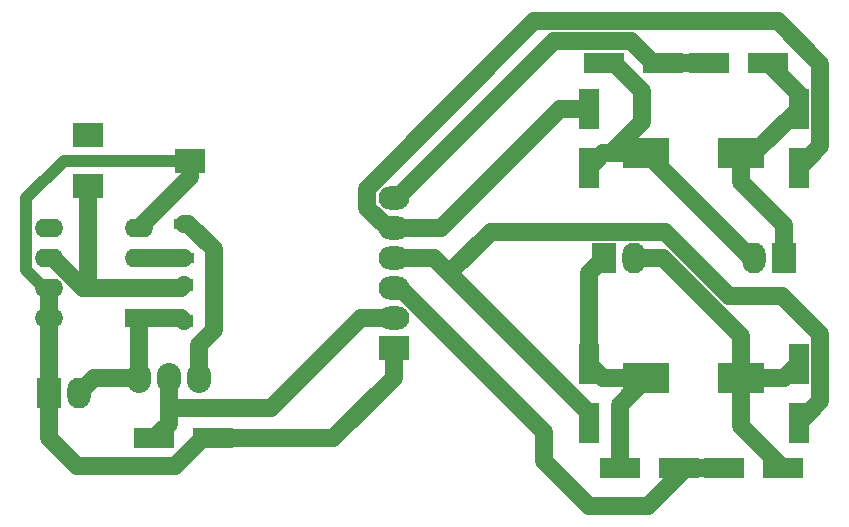
<source format=gbr>
G04 #@! TF.GenerationSoftware,KiCad,Pcbnew,5.0.2-bee76a0~70~ubuntu18.04.1*
G04 #@! TF.CreationDate,2020-04-13T12:47:11+02:00*
G04 #@! TF.ProjectId,negative_power_supply,6e656761-7469-4766-955f-706f7765725f,rev?*
G04 #@! TF.SameCoordinates,Original*
G04 #@! TF.FileFunction,Copper,L1,Top*
G04 #@! TF.FilePolarity,Positive*
%FSLAX46Y46*%
G04 Gerber Fmt 4.6, Leading zero omitted, Abs format (unit mm)*
G04 Created by KiCad (PCBNEW 5.0.2-bee76a0~70~ubuntu18.04.1) date mån 13 apr 2020 12:47:11*
%MOMM*%
%LPD*%
G01*
G04 APERTURE LIST*
G04 #@! TA.AperFunction,SMDPad,CuDef*
%ADD10R,1.600000X1.000000*%
G04 #@! TD*
G04 #@! TA.AperFunction,SMDPad,CuDef*
%ADD11R,4.000000X2.500000*%
G04 #@! TD*
G04 #@! TA.AperFunction,SMDPad,CuDef*
%ADD12R,3.500000X1.800000*%
G04 #@! TD*
G04 #@! TA.AperFunction,SMDPad,CuDef*
%ADD13R,1.800000X3.500000*%
G04 #@! TD*
G04 #@! TA.AperFunction,ComponentPad*
%ADD14O,2.000000X2.600000*%
G04 #@! TD*
G04 #@! TA.AperFunction,ComponentPad*
%ADD15R,2.000000X2.600000*%
G04 #@! TD*
G04 #@! TA.AperFunction,ComponentPad*
%ADD16O,2.032000X2.540000*%
G04 #@! TD*
G04 #@! TA.AperFunction,SMDPad,CuDef*
%ADD17R,1.700000X0.900000*%
G04 #@! TD*
G04 #@! TA.AperFunction,SMDPad,CuDef*
%ADD18R,2.500000X2.000000*%
G04 #@! TD*
G04 #@! TA.AperFunction,ComponentPad*
%ADD19O,2.600000X2.000000*%
G04 #@! TD*
G04 #@! TA.AperFunction,ComponentPad*
%ADD20R,2.600000X2.000000*%
G04 #@! TD*
G04 #@! TA.AperFunction,ComponentPad*
%ADD21O,2.400000X1.600000*%
G04 #@! TD*
G04 #@! TA.AperFunction,ComponentPad*
%ADD22R,2.400000X1.600000*%
G04 #@! TD*
G04 #@! TA.AperFunction,Conductor*
%ADD23C,1.500000*%
G04 #@! TD*
G04 #@! TA.AperFunction,Conductor*
%ADD24C,1.000000*%
G04 #@! TD*
G04 APERTURE END LIST*
D10*
G04 #@! TO.P,C1,2*
G04 #@! TO.N,GND*
X90805000Y-103735000D03*
G04 #@! TO.P,C1,1*
G04 #@! TO.N,Net-(C1-Pad1)*
X90805000Y-100735000D03*
G04 #@! TD*
D11*
G04 #@! TO.P,C2,2*
G04 #@! TO.N,Net-(C2-Pad2)*
X129985000Y-108585000D03*
G04 #@! TO.P,C2,1*
G04 #@! TO.N,Net-(C2-Pad1)*
X137985000Y-108585000D03*
G04 #@! TD*
G04 #@! TO.P,C3,1*
G04 #@! TO.N,Net-(C3-Pad1)*
X129985000Y-89535000D03*
G04 #@! TO.P,C3,2*
G04 #@! TO.N,Net-(C3-Pad2)*
X137985000Y-89535000D03*
G04 #@! TD*
D12*
G04 #@! TO.P,D1,2*
G04 #@! TO.N,Net-(D1-Pad2)*
X88305000Y-113665000D03*
G04 #@! TO.P,D1,1*
G04 #@! TO.N,+5V*
X93305000Y-113665000D03*
G04 #@! TD*
G04 #@! TO.P,D2,2*
G04 #@! TO.N,Net-(D2-Pad2)*
X136565000Y-116205000D03*
G04 #@! TO.P,D2,1*
G04 #@! TO.N,Net-(C2-Pad1)*
X141565000Y-116205000D03*
G04 #@! TD*
D13*
G04 #@! TO.P,D3,1*
G04 #@! TO.N,Net-(C2-Pad1)*
X142875000Y-107355000D03*
G04 #@! TO.P,D3,2*
G04 #@! TO.N,Net-(D3-Pad2)*
X142875000Y-112355000D03*
G04 #@! TD*
G04 #@! TO.P,D4,1*
G04 #@! TO.N,Net-(C3-Pad1)*
X125095000Y-90765000D03*
G04 #@! TO.P,D4,2*
G04 #@! TO.N,Net-(D4-Pad2)*
X125095000Y-85765000D03*
G04 #@! TD*
D12*
G04 #@! TO.P,D5,2*
G04 #@! TO.N,Net-(D5-Pad2)*
X131405000Y-81915000D03*
G04 #@! TO.P,D5,1*
G04 #@! TO.N,Net-(C3-Pad1)*
X126405000Y-81915000D03*
G04 #@! TD*
G04 #@! TO.P,D6,1*
G04 #@! TO.N,Net-(D2-Pad2)*
X132715000Y-116205000D03*
G04 #@! TO.P,D6,2*
G04 #@! TO.N,Net-(C2-Pad2)*
X127715000Y-116205000D03*
G04 #@! TD*
D13*
G04 #@! TO.P,D7,2*
G04 #@! TO.N,Net-(C2-Pad2)*
X125095000Y-107355000D03*
G04 #@! TO.P,D7,1*
G04 #@! TO.N,Net-(D3-Pad2)*
X125095000Y-112355000D03*
G04 #@! TD*
G04 #@! TO.P,D8,1*
G04 #@! TO.N,Net-(D4-Pad2)*
X142875000Y-90765000D03*
G04 #@! TO.P,D8,2*
G04 #@! TO.N,Net-(C3-Pad2)*
X142875000Y-85765000D03*
G04 #@! TD*
D12*
G04 #@! TO.P,D9,2*
G04 #@! TO.N,Net-(C3-Pad2)*
X140295000Y-81915000D03*
G04 #@! TO.P,D9,1*
G04 #@! TO.N,Net-(D5-Pad2)*
X135295000Y-81915000D03*
G04 #@! TD*
D14*
G04 #@! TO.P,J1,2*
G04 #@! TO.N,GND*
X81915000Y-109855000D03*
D15*
G04 #@! TO.P,J1,1*
G04 #@! TO.N,+5V*
X79375000Y-109855000D03*
G04 #@! TD*
D14*
G04 #@! TO.P,J2,2*
G04 #@! TO.N,Net-(C2-Pad1)*
X128905000Y-98425000D03*
D15*
G04 #@! TO.P,J2,1*
G04 #@! TO.N,Net-(C2-Pad2)*
X126365000Y-98425000D03*
G04 #@! TD*
G04 #@! TO.P,J3,1*
G04 #@! TO.N,Net-(C3-Pad2)*
X141605000Y-98425000D03*
D14*
G04 #@! TO.P,J3,2*
G04 #@! TO.N,Net-(C3-Pad1)*
X139065000Y-98425000D03*
G04 #@! TD*
D16*
G04 #@! TO.P,Q1,1*
G04 #@! TO.N,Net-(Q1-Pad1)*
X92075000Y-108585000D03*
G04 #@! TO.P,Q1,3*
G04 #@! TO.N,GND*
X86995000Y-108585000D03*
G04 #@! TO.P,Q1,2*
G04 #@! TO.N,Net-(D1-Pad2)*
X89535000Y-108585000D03*
G04 #@! TD*
D17*
G04 #@! TO.P,R1,2*
G04 #@! TO.N,Net-(R1-Pad2)*
X90805000Y-98425000D03*
G04 #@! TO.P,R1,1*
G04 #@! TO.N,Net-(Q1-Pad1)*
X90805000Y-95525000D03*
G04 #@! TD*
D18*
G04 #@! TO.P,RV1,1*
G04 #@! TO.N,Net-(C1-Pad1)*
X82670000Y-92320000D03*
G04 #@! TO.P,RV1,2*
G04 #@! TO.N,+5V*
X91320000Y-90170000D03*
G04 #@! TO.P,RV1,3*
G04 #@! TO.N,Net-(RV1-Pad3)*
X82670000Y-88020000D03*
G04 #@! TD*
D19*
G04 #@! TO.P,T1,6*
G04 #@! TO.N,Net-(D5-Pad2)*
X108585000Y-93345000D03*
G04 #@! TO.P,T1,5*
G04 #@! TO.N,Net-(D4-Pad2)*
X108585000Y-95885000D03*
G04 #@! TO.P,T1,4*
G04 #@! TO.N,Net-(D3-Pad2)*
X108585000Y-98425000D03*
G04 #@! TO.P,T1,3*
G04 #@! TO.N,Net-(D2-Pad2)*
X108585000Y-100965000D03*
G04 #@! TO.P,T1,2*
G04 #@! TO.N,Net-(D1-Pad2)*
X108585000Y-103505000D03*
D20*
G04 #@! TO.P,T1,1*
G04 #@! TO.N,+5V*
X108585000Y-106045000D03*
G04 #@! TD*
D21*
G04 #@! TO.P,U1,8*
G04 #@! TO.N,+5V*
X79375000Y-103505000D03*
G04 #@! TO.P,U1,4*
X86995000Y-95885000D03*
G04 #@! TO.P,U1,7*
X79375000Y-100965000D03*
G04 #@! TO.P,U1,3*
G04 #@! TO.N,Net-(R1-Pad2)*
X86995000Y-98425000D03*
G04 #@! TO.P,U1,6*
G04 #@! TO.N,Net-(C1-Pad1)*
X79375000Y-98425000D03*
G04 #@! TO.P,U1,2*
X86995000Y-100965000D03*
G04 #@! TO.P,U1,5*
G04 #@! TO.N,Net-(U1-Pad5)*
X79375000Y-95885000D03*
D22*
G04 #@! TO.P,U1,1*
G04 #@! TO.N,GND*
X86995000Y-103505000D03*
G04 #@! TD*
D23*
G04 #@! TO.N,GND*
X83185000Y-108585000D02*
X81915000Y-109855000D01*
X86995000Y-108585000D02*
X83185000Y-108585000D01*
X86995000Y-103505000D02*
X86995000Y-108585000D01*
X90575000Y-103505000D02*
X90805000Y-103735000D01*
X86995000Y-103505000D02*
X90575000Y-103505000D01*
G04 #@! TO.N,Net-(C1-Pad1)*
X90575000Y-100965000D02*
X90805000Y-100735000D01*
X86995000Y-100965000D02*
X90575000Y-100965000D01*
X79775000Y-98425000D02*
X79375000Y-98425000D01*
X82315000Y-100965000D02*
X79775000Y-98425000D01*
X82670000Y-100450000D02*
X83185000Y-100965000D01*
X82670000Y-92320000D02*
X82670000Y-100450000D01*
X86995000Y-100965000D02*
X83185000Y-100965000D01*
X83185000Y-100965000D02*
X82315000Y-100965000D01*
G04 #@! TO.N,Net-(C2-Pad2)*
X125095000Y-99695000D02*
X126365000Y-98425000D01*
X125095000Y-107355000D02*
X125095000Y-99695000D01*
X126325000Y-108585000D02*
X125095000Y-107355000D01*
X129985000Y-108585000D02*
X126325000Y-108585000D01*
X127715000Y-110855000D02*
X129985000Y-108585000D01*
X127715000Y-116205000D02*
X127715000Y-110855000D01*
G04 #@! TO.N,Net-(C2-Pad1)*
X141645000Y-108585000D02*
X142875000Y-107355000D01*
X137985000Y-108585000D02*
X141645000Y-108585000D01*
X137985000Y-112625000D02*
X137985000Y-108585000D01*
X141565000Y-116205000D02*
X137985000Y-112625000D01*
X137985000Y-105835000D02*
X137985000Y-108585000D01*
X137985000Y-105005000D02*
X137985000Y-105835000D01*
X131405000Y-98425000D02*
X137985000Y-105005000D01*
X128905000Y-98425000D02*
X131405000Y-98425000D01*
G04 #@! TO.N,Net-(C3-Pad1)*
X126325000Y-89535000D02*
X125095000Y-90765000D01*
X129655000Y-86880000D02*
X127000000Y-89535000D01*
X129655000Y-84315000D02*
X129655000Y-86880000D01*
X126405000Y-81915000D02*
X127255000Y-81915000D01*
X129985000Y-89535000D02*
X127000000Y-89535000D01*
X127255000Y-81915000D02*
X129655000Y-84315000D01*
X127000000Y-89535000D02*
X126325000Y-89535000D01*
X138875000Y-98425000D02*
X129985000Y-89535000D01*
X139065000Y-98425000D02*
X138875000Y-98425000D01*
G04 #@! TO.N,Net-(C3-Pad2)*
X139105000Y-89535000D02*
X142875000Y-85765000D01*
X137985000Y-89535000D02*
X139105000Y-89535000D01*
X142875000Y-84495000D02*
X140295000Y-81915000D01*
X142875000Y-85765000D02*
X142875000Y-84495000D01*
X137985000Y-92005000D02*
X137985000Y-89535000D01*
X141605000Y-95625000D02*
X137985000Y-92005000D01*
X141605000Y-98425000D02*
X141605000Y-95625000D01*
G04 #@! TO.N,Net-(D1-Pad2)*
X89535000Y-112435000D02*
X88305000Y-113665000D01*
X105785000Y-103505000D02*
X98165000Y-111125000D01*
X108585000Y-103505000D02*
X105785000Y-103505000D01*
X89535000Y-108585000D02*
X89535000Y-111125000D01*
X98165000Y-111125000D02*
X89535000Y-111125000D01*
X89535000Y-111125000D02*
X89535000Y-112435000D01*
G04 #@! TO.N,+5V*
X79375000Y-100965000D02*
X79375000Y-103505000D01*
X79375000Y-103505000D02*
X79375000Y-109855000D01*
X90055000Y-116065000D02*
X81775000Y-116065000D01*
X93305000Y-113665000D02*
X92455000Y-113665000D01*
X92455000Y-113665000D02*
X90055000Y-116065000D01*
X79375000Y-113665000D02*
X79375000Y-109855000D01*
X81775000Y-116065000D02*
X79375000Y-113665000D01*
X108585000Y-108545000D02*
X108585000Y-106045000D01*
X103465000Y-113665000D02*
X108585000Y-108545000D01*
X93305000Y-113665000D02*
X103465000Y-113665000D01*
X91320000Y-91560000D02*
X86995000Y-95885000D01*
X91320000Y-90170000D02*
X91320000Y-91560000D01*
D24*
X78975000Y-100965000D02*
X77470000Y-99460000D01*
X79375000Y-100965000D02*
X78975000Y-100965000D01*
X77470000Y-99460000D02*
X77470000Y-93345000D01*
X80645000Y-90170000D02*
X91320000Y-90170000D01*
X77470000Y-93345000D02*
X80645000Y-90170000D01*
D23*
G04 #@! TO.N,Net-(D2-Pad2)*
X136565000Y-116205000D02*
X132715000Y-116205000D01*
X109102730Y-100965000D02*
X121285000Y-113147270D01*
X108585000Y-100965000D02*
X109102730Y-100965000D01*
X121285000Y-113147270D02*
X121285000Y-115570000D01*
X121285000Y-115570000D02*
X125095000Y-119380000D01*
X133315000Y-116205000D02*
X136565000Y-116205000D01*
X130140000Y-119380000D02*
X133315000Y-116205000D01*
X125095000Y-119380000D02*
X130140000Y-119380000D01*
G04 #@! TO.N,Net-(D3-Pad2)*
X111385000Y-98425000D02*
X108585000Y-98425000D01*
X112015000Y-98425000D02*
X111385000Y-98425000D01*
X125095000Y-112355000D02*
X125095000Y-111505000D01*
X116805010Y-96174990D02*
X113285000Y-99695000D01*
X131559166Y-96174990D02*
X116805010Y-96174990D01*
X136984176Y-101600000D02*
X131559166Y-96174990D01*
X144725001Y-110504999D02*
X144725001Y-104844999D01*
X142875000Y-112355000D02*
X144725001Y-110504999D01*
X144725001Y-104844999D02*
X141480002Y-101600000D01*
X113285000Y-99695000D02*
X112015000Y-98425000D01*
X141480002Y-101600000D02*
X136984176Y-101600000D01*
X125095000Y-111505000D02*
X113285000Y-99695000D01*
G04 #@! TO.N,Net-(D4-Pad2)*
X111385000Y-95885000D02*
X108585000Y-95885000D01*
X112575000Y-95885000D02*
X111385000Y-95885000D01*
X122695000Y-85765000D02*
X112575000Y-95885000D01*
X125095000Y-85765000D02*
X122695000Y-85765000D01*
X108067270Y-95885000D02*
X108585000Y-95885000D01*
X106334990Y-94152720D02*
X108067270Y-95885000D01*
X106334990Y-92537280D02*
X106334990Y-94152720D01*
X120507281Y-78364989D02*
X106334990Y-92537280D01*
X141104991Y-78364989D02*
X120507281Y-78364989D01*
X144725001Y-81984999D02*
X141104991Y-78364989D01*
X144725001Y-88914999D02*
X144725001Y-81984999D01*
X142875000Y-90765000D02*
X144725001Y-88914999D01*
G04 #@! TO.N,Net-(D5-Pad2)*
X131405000Y-81915000D02*
X135295000Y-81915000D01*
X108885000Y-93345000D02*
X108585000Y-93345000D01*
X122165001Y-80064999D02*
X108885000Y-93345000D01*
X128704999Y-80064999D02*
X122165001Y-80064999D01*
X130555000Y-81915000D02*
X128704999Y-80064999D01*
X131405000Y-81915000D02*
X130555000Y-81915000D01*
G04 #@! TO.N,Net-(Q1-Pad1)*
X92075000Y-105815000D02*
X93345000Y-104545000D01*
X92075000Y-108585000D02*
X92075000Y-105815000D01*
X91205000Y-95525000D02*
X90805000Y-95525000D01*
X93345000Y-97665000D02*
X91205000Y-95525000D01*
X93345000Y-104545000D02*
X93345000Y-97665000D01*
G04 #@! TO.N,Net-(R1-Pad2)*
X90805000Y-98425000D02*
X86995000Y-98425000D01*
G04 #@! TD*
M02*

</source>
